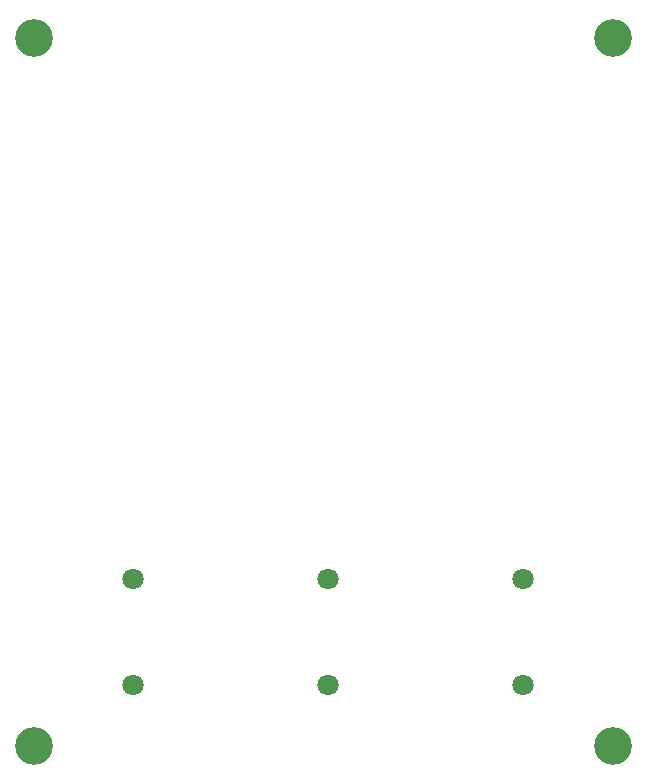
<source format=gbr>
%TF.GenerationSoftware,Novarm,DipTrace,3.3.1.3*%
%TF.CreationDate,2019-07-25T18:01:16+00:00*%
%FSLAX35Y35*%
%MOMM*%
%TF.FileFunction,NonPlated,1,2,NPTH,Drill*%
%TF.Part,Single*%
%TA.AperFunction,MechanicalDrill*%
%ADD25C,1.8*%
%ADD45C,3.2*%
G75*
G01*
D25*
X2133000Y2724000D3*
Y1824000D3*
X3784000Y2724000D3*
Y1824000D3*
X5435000Y2724000D3*
Y1824000D3*
D45*
X1300000Y7304000D3*
X6200000D3*
Y1304000D3*
X1300000D3*
M02*

</source>
